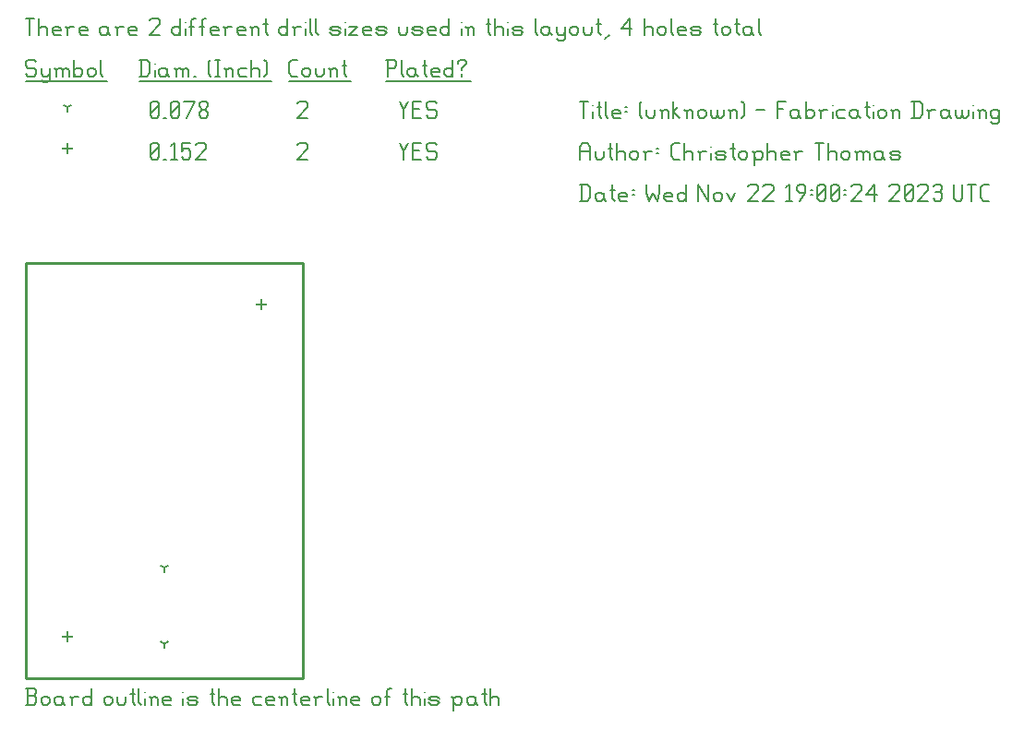
<source format=gbr>
G04 start of page 10 for group -3984 idx -3984 *
G04 Title: (unknown), fab *
G04 Creator: pcb 4.2.2 *
G04 CreationDate: Wed Nov 22 19:00:24 2023 UTC *
G04 For: thomasc *
G04 Format: Gerber/RS-274X *
G04 PCB-Dimensions (mil): 1000.00 1500.00 *
G04 PCB-Coordinate-Origin: lower left *
%MOIN*%
%FSLAX25Y25*%
%LNFAB*%
%ADD28C,0.0100*%
%ADD27C,0.0075*%
%ADD26C,0.0060*%
%ADD25R,0.0080X0.0080*%
G54D25*X15000Y16600D02*Y13400D01*
X13400Y15000D02*X16600D01*
X85000Y136600D02*Y133400D01*
X83400Y135000D02*X86600D01*
X15000Y192850D02*Y189650D01*
X13400Y191250D02*X16600D01*
G54D26*X135000Y193500D02*X136500Y190500D01*
X138000Y193500D01*
X136500Y190500D02*Y187500D01*
X139800Y190800D02*X142050D01*
X139800Y187500D02*X142800D01*
X139800Y193500D02*Y187500D01*
Y193500D02*X142800D01*
X147600D02*X148350Y192750D01*
X145350Y193500D02*X147600D01*
X144600Y192750D02*X145350Y193500D01*
X144600Y192750D02*Y191250D01*
X145350Y190500D01*
X147600D01*
X148350Y189750D01*
Y188250D01*
X147600Y187500D02*X148350Y188250D01*
X145350Y187500D02*X147600D01*
X144600Y188250D02*X145350Y187500D01*
X98000Y192750D02*X98750Y193500D01*
X101000D01*
X101750Y192750D01*
Y191250D01*
X98000Y187500D02*X101750Y191250D01*
X98000Y187500D02*X101750D01*
X45000Y188250D02*X45750Y187500D01*
X45000Y192750D02*Y188250D01*
Y192750D02*X45750Y193500D01*
X47250D01*
X48000Y192750D01*
Y188250D01*
X47250Y187500D02*X48000Y188250D01*
X45750Y187500D02*X47250D01*
X45000Y189000D02*X48000Y192000D01*
X49800Y187500D02*X50550D01*
X52350Y192300D02*X53550Y193500D01*
Y187500D01*
X52350D02*X54600D01*
X56400Y193500D02*X59400D01*
X56400D02*Y190500D01*
X57150Y191250D01*
X58650D01*
X59400Y190500D01*
Y188250D01*
X58650Y187500D02*X59400Y188250D01*
X57150Y187500D02*X58650D01*
X56400Y188250D02*X57150Y187500D01*
X61200Y192750D02*X61950Y193500D01*
X64200D01*
X64950Y192750D01*
Y191250D01*
X61200Y187500D02*X64950Y191250D01*
X61200Y187500D02*X64950D01*
X50000Y12500D02*Y10900D01*
Y12500D02*X51387Y13300D01*
X50000Y12500D02*X48613Y13300D01*
X50000Y40000D02*Y38400D01*
Y40000D02*X51387Y40800D01*
X50000Y40000D02*X48613Y40800D01*
X15000Y206250D02*Y204650D01*
Y206250D02*X16387Y207050D01*
X15000Y206250D02*X13613Y207050D01*
X135000Y208500D02*X136500Y205500D01*
X138000Y208500D01*
X136500Y205500D02*Y202500D01*
X139800Y205800D02*X142050D01*
X139800Y202500D02*X142800D01*
X139800Y208500D02*Y202500D01*
Y208500D02*X142800D01*
X147600D02*X148350Y207750D01*
X145350Y208500D02*X147600D01*
X144600Y207750D02*X145350Y208500D01*
X144600Y207750D02*Y206250D01*
X145350Y205500D01*
X147600D01*
X148350Y204750D01*
Y203250D01*
X147600Y202500D02*X148350Y203250D01*
X145350Y202500D02*X147600D01*
X144600Y203250D02*X145350Y202500D01*
X98000Y207750D02*X98750Y208500D01*
X101000D01*
X101750Y207750D01*
Y206250D01*
X98000Y202500D02*X101750Y206250D01*
X98000Y202500D02*X101750D01*
X45000Y203250D02*X45750Y202500D01*
X45000Y207750D02*Y203250D01*
Y207750D02*X45750Y208500D01*
X47250D01*
X48000Y207750D01*
Y203250D01*
X47250Y202500D02*X48000Y203250D01*
X45750Y202500D02*X47250D01*
X45000Y204000D02*X48000Y207000D01*
X49800Y202500D02*X50550D01*
X52350Y203250D02*X53100Y202500D01*
X52350Y207750D02*Y203250D01*
Y207750D02*X53100Y208500D01*
X54600D01*
X55350Y207750D01*
Y203250D01*
X54600Y202500D02*X55350Y203250D01*
X53100Y202500D02*X54600D01*
X52350Y204000D02*X55350Y207000D01*
X57900Y202500D02*X60900Y208500D01*
X57150D02*X60900D01*
X62700Y203250D02*X63450Y202500D01*
X62700Y204450D02*Y203250D01*
Y204450D02*X63750Y205500D01*
X64650D01*
X65700Y204450D01*
Y203250D01*
X64950Y202500D02*X65700Y203250D01*
X63450Y202500D02*X64950D01*
X62700Y206550D02*X63750Y205500D01*
X62700Y207750D02*Y206550D01*
Y207750D02*X63450Y208500D01*
X64950D01*
X65700Y207750D01*
Y206550D01*
X64650Y205500D02*X65700Y206550D01*
X3000Y223500D02*X3750Y222750D01*
X750Y223500D02*X3000D01*
X0Y222750D02*X750Y223500D01*
X0Y222750D02*Y221250D01*
X750Y220500D01*
X3000D01*
X3750Y219750D01*
Y218250D01*
X3000Y217500D02*X3750Y218250D01*
X750Y217500D02*X3000D01*
X0Y218250D02*X750Y217500D01*
X5550Y220500D02*Y218250D01*
X6300Y217500D01*
X8550Y220500D02*Y216000D01*
X7800Y215250D02*X8550Y216000D01*
X6300Y215250D02*X7800D01*
X5550Y216000D02*X6300Y215250D01*
Y217500D02*X7800D01*
X8550Y218250D01*
X11100Y219750D02*Y217500D01*
Y219750D02*X11850Y220500D01*
X12600D01*
X13350Y219750D01*
Y217500D01*
Y219750D02*X14100Y220500D01*
X14850D01*
X15600Y219750D01*
Y217500D01*
X10350Y220500D02*X11100Y219750D01*
X17400Y223500D02*Y217500D01*
Y218250D02*X18150Y217500D01*
X19650D01*
X20400Y218250D01*
Y219750D02*Y218250D01*
X19650Y220500D02*X20400Y219750D01*
X18150Y220500D02*X19650D01*
X17400Y219750D02*X18150Y220500D01*
X22200Y219750D02*Y218250D01*
Y219750D02*X22950Y220500D01*
X24450D01*
X25200Y219750D01*
Y218250D01*
X24450Y217500D02*X25200Y218250D01*
X22950Y217500D02*X24450D01*
X22200Y218250D02*X22950Y217500D01*
X27000Y223500D02*Y218250D01*
X27750Y217500D01*
X0Y215750D02*X29250D01*
X41750Y223500D02*Y217500D01*
X43700Y223500D02*X44750Y222450D01*
Y218550D01*
X43700Y217500D02*X44750Y218550D01*
X41000Y217500D02*X43700D01*
X41000Y223500D02*X43700D01*
G54D27*X46550Y222000D02*Y221850D01*
G54D26*Y219750D02*Y217500D01*
X50300Y220500D02*X51050Y219750D01*
X48800Y220500D02*X50300D01*
X48050Y219750D02*X48800Y220500D01*
X48050Y219750D02*Y218250D01*
X48800Y217500D01*
X51050Y220500D02*Y218250D01*
X51800Y217500D01*
X48800D02*X50300D01*
X51050Y218250D01*
X54350Y219750D02*Y217500D01*
Y219750D02*X55100Y220500D01*
X55850D01*
X56600Y219750D01*
Y217500D01*
Y219750D02*X57350Y220500D01*
X58100D01*
X58850Y219750D01*
Y217500D01*
X53600Y220500D02*X54350Y219750D01*
X60650Y217500D02*X61400D01*
X65900Y218250D02*X66650Y217500D01*
X65900Y222750D02*X66650Y223500D01*
X65900Y222750D02*Y218250D01*
X68450Y223500D02*X69950D01*
X69200D02*Y217500D01*
X68450D02*X69950D01*
X72500Y219750D02*Y217500D01*
Y219750D02*X73250Y220500D01*
X74000D01*
X74750Y219750D01*
Y217500D01*
X71750Y220500D02*X72500Y219750D01*
X77300Y220500D02*X79550D01*
X76550Y219750D02*X77300Y220500D01*
X76550Y219750D02*Y218250D01*
X77300Y217500D01*
X79550D01*
X81350Y223500D02*Y217500D01*
Y219750D02*X82100Y220500D01*
X83600D01*
X84350Y219750D01*
Y217500D01*
X86150Y223500D02*X86900Y222750D01*
Y218250D01*
X86150Y217500D02*X86900Y218250D01*
X41000Y215750D02*X88700D01*
X96050Y217500D02*X98000D01*
X95000Y218550D02*X96050Y217500D01*
X95000Y222450D02*Y218550D01*
Y222450D02*X96050Y223500D01*
X98000D01*
X99800Y219750D02*Y218250D01*
Y219750D02*X100550Y220500D01*
X102050D01*
X102800Y219750D01*
Y218250D01*
X102050Y217500D02*X102800Y218250D01*
X100550Y217500D02*X102050D01*
X99800Y218250D02*X100550Y217500D01*
X104600Y220500D02*Y218250D01*
X105350Y217500D01*
X106850D01*
X107600Y218250D01*
Y220500D02*Y218250D01*
X110150Y219750D02*Y217500D01*
Y219750D02*X110900Y220500D01*
X111650D01*
X112400Y219750D01*
Y217500D01*
X109400Y220500D02*X110150Y219750D01*
X114950Y223500D02*Y218250D01*
X115700Y217500D01*
X114200Y221250D02*X115700D01*
X95000Y215750D02*X117200D01*
X130750Y223500D02*Y217500D01*
X130000Y223500D02*X133000D01*
X133750Y222750D01*
Y221250D01*
X133000Y220500D02*X133750Y221250D01*
X130750Y220500D02*X133000D01*
X135550Y223500D02*Y218250D01*
X136300Y217500D01*
X140050Y220500D02*X140800Y219750D01*
X138550Y220500D02*X140050D01*
X137800Y219750D02*X138550Y220500D01*
X137800Y219750D02*Y218250D01*
X138550Y217500D01*
X140800Y220500D02*Y218250D01*
X141550Y217500D01*
X138550D02*X140050D01*
X140800Y218250D01*
X144100Y223500D02*Y218250D01*
X144850Y217500D01*
X143350Y221250D02*X144850D01*
X147100Y217500D02*X149350D01*
X146350Y218250D02*X147100Y217500D01*
X146350Y219750D02*Y218250D01*
Y219750D02*X147100Y220500D01*
X148600D01*
X149350Y219750D01*
X146350Y219000D02*X149350D01*
Y219750D02*Y219000D01*
X154150Y223500D02*Y217500D01*
X153400D02*X154150Y218250D01*
X151900Y217500D02*X153400D01*
X151150Y218250D02*X151900Y217500D01*
X151150Y219750D02*Y218250D01*
Y219750D02*X151900Y220500D01*
X153400D01*
X154150Y219750D01*
X157450Y220500D02*Y219750D01*
Y218250D02*Y217500D01*
X155950Y222750D02*Y222000D01*
Y222750D02*X156700Y223500D01*
X158200D01*
X158950Y222750D01*
Y222000D01*
X157450Y220500D02*X158950Y222000D01*
X130000Y215750D02*X160750D01*
X0Y238500D02*X3000D01*
X1500D02*Y232500D01*
X4800Y238500D02*Y232500D01*
Y234750D02*X5550Y235500D01*
X7050D01*
X7800Y234750D01*
Y232500D01*
X10350D02*X12600D01*
X9600Y233250D02*X10350Y232500D01*
X9600Y234750D02*Y233250D01*
Y234750D02*X10350Y235500D01*
X11850D01*
X12600Y234750D01*
X9600Y234000D02*X12600D01*
Y234750D02*Y234000D01*
X15150Y234750D02*Y232500D01*
Y234750D02*X15900Y235500D01*
X17400D01*
X14400D02*X15150Y234750D01*
X19950Y232500D02*X22200D01*
X19200Y233250D02*X19950Y232500D01*
X19200Y234750D02*Y233250D01*
Y234750D02*X19950Y235500D01*
X21450D01*
X22200Y234750D01*
X19200Y234000D02*X22200D01*
Y234750D02*Y234000D01*
X28950Y235500D02*X29700Y234750D01*
X27450Y235500D02*X28950D01*
X26700Y234750D02*X27450Y235500D01*
X26700Y234750D02*Y233250D01*
X27450Y232500D01*
X29700Y235500D02*Y233250D01*
X30450Y232500D01*
X27450D02*X28950D01*
X29700Y233250D01*
X33000Y234750D02*Y232500D01*
Y234750D02*X33750Y235500D01*
X35250D01*
X32250D02*X33000Y234750D01*
X37800Y232500D02*X40050D01*
X37050Y233250D02*X37800Y232500D01*
X37050Y234750D02*Y233250D01*
Y234750D02*X37800Y235500D01*
X39300D01*
X40050Y234750D01*
X37050Y234000D02*X40050D01*
Y234750D02*Y234000D01*
X44550Y237750D02*X45300Y238500D01*
X47550D01*
X48300Y237750D01*
Y236250D01*
X44550Y232500D02*X48300Y236250D01*
X44550Y232500D02*X48300D01*
X55800Y238500D02*Y232500D01*
X55050D02*X55800Y233250D01*
X53550Y232500D02*X55050D01*
X52800Y233250D02*X53550Y232500D01*
X52800Y234750D02*Y233250D01*
Y234750D02*X53550Y235500D01*
X55050D01*
X55800Y234750D01*
G54D27*X57600Y237000D02*Y236850D01*
G54D26*Y234750D02*Y232500D01*
X59850Y237750D02*Y232500D01*
Y237750D02*X60600Y238500D01*
X61350D01*
X59100Y235500D02*X60600D01*
X63600Y237750D02*Y232500D01*
Y237750D02*X64350Y238500D01*
X65100D01*
X62850Y235500D02*X64350D01*
X67350Y232500D02*X69600D01*
X66600Y233250D02*X67350Y232500D01*
X66600Y234750D02*Y233250D01*
Y234750D02*X67350Y235500D01*
X68850D01*
X69600Y234750D01*
X66600Y234000D02*X69600D01*
Y234750D02*Y234000D01*
X72150Y234750D02*Y232500D01*
Y234750D02*X72900Y235500D01*
X74400D01*
X71400D02*X72150Y234750D01*
X76950Y232500D02*X79200D01*
X76200Y233250D02*X76950Y232500D01*
X76200Y234750D02*Y233250D01*
Y234750D02*X76950Y235500D01*
X78450D01*
X79200Y234750D01*
X76200Y234000D02*X79200D01*
Y234750D02*Y234000D01*
X81750Y234750D02*Y232500D01*
Y234750D02*X82500Y235500D01*
X83250D01*
X84000Y234750D01*
Y232500D01*
X81000Y235500D02*X81750Y234750D01*
X86550Y238500D02*Y233250D01*
X87300Y232500D01*
X85800Y236250D02*X87300D01*
X94500Y238500D02*Y232500D01*
X93750D02*X94500Y233250D01*
X92250Y232500D02*X93750D01*
X91500Y233250D02*X92250Y232500D01*
X91500Y234750D02*Y233250D01*
Y234750D02*X92250Y235500D01*
X93750D01*
X94500Y234750D01*
X97050D02*Y232500D01*
Y234750D02*X97800Y235500D01*
X99300D01*
X96300D02*X97050Y234750D01*
G54D27*X101100Y237000D02*Y236850D01*
G54D26*Y234750D02*Y232500D01*
X102600Y238500D02*Y233250D01*
X103350Y232500D01*
X104850Y238500D02*Y233250D01*
X105600Y232500D01*
X110550D02*X112800D01*
X113550Y233250D01*
X112800Y234000D02*X113550Y233250D01*
X110550Y234000D02*X112800D01*
X109800Y234750D02*X110550Y234000D01*
X109800Y234750D02*X110550Y235500D01*
X112800D01*
X113550Y234750D01*
X109800Y233250D02*X110550Y232500D01*
G54D27*X115350Y237000D02*Y236850D01*
G54D26*Y234750D02*Y232500D01*
X116850Y235500D02*X119850D01*
X116850Y232500D02*X119850Y235500D01*
X116850Y232500D02*X119850D01*
X122400D02*X124650D01*
X121650Y233250D02*X122400Y232500D01*
X121650Y234750D02*Y233250D01*
Y234750D02*X122400Y235500D01*
X123900D01*
X124650Y234750D01*
X121650Y234000D02*X124650D01*
Y234750D02*Y234000D01*
X127200Y232500D02*X129450D01*
X130200Y233250D01*
X129450Y234000D02*X130200Y233250D01*
X127200Y234000D02*X129450D01*
X126450Y234750D02*X127200Y234000D01*
X126450Y234750D02*X127200Y235500D01*
X129450D01*
X130200Y234750D01*
X126450Y233250D02*X127200Y232500D01*
X134700Y235500D02*Y233250D01*
X135450Y232500D01*
X136950D01*
X137700Y233250D01*
Y235500D02*Y233250D01*
X140250Y232500D02*X142500D01*
X143250Y233250D01*
X142500Y234000D02*X143250Y233250D01*
X140250Y234000D02*X142500D01*
X139500Y234750D02*X140250Y234000D01*
X139500Y234750D02*X140250Y235500D01*
X142500D01*
X143250Y234750D01*
X139500Y233250D02*X140250Y232500D01*
X145800D02*X148050D01*
X145050Y233250D02*X145800Y232500D01*
X145050Y234750D02*Y233250D01*
Y234750D02*X145800Y235500D01*
X147300D01*
X148050Y234750D01*
X145050Y234000D02*X148050D01*
Y234750D02*Y234000D01*
X152850Y238500D02*Y232500D01*
X152100D02*X152850Y233250D01*
X150600Y232500D02*X152100D01*
X149850Y233250D02*X150600Y232500D01*
X149850Y234750D02*Y233250D01*
Y234750D02*X150600Y235500D01*
X152100D01*
X152850Y234750D01*
G54D27*X157350Y237000D02*Y236850D01*
G54D26*Y234750D02*Y232500D01*
X159600Y234750D02*Y232500D01*
Y234750D02*X160350Y235500D01*
X161100D01*
X161850Y234750D01*
Y232500D01*
X158850Y235500D02*X159600Y234750D01*
X167100Y238500D02*Y233250D01*
X167850Y232500D01*
X166350Y236250D02*X167850D01*
X169350Y238500D02*Y232500D01*
Y234750D02*X170100Y235500D01*
X171600D01*
X172350Y234750D01*
Y232500D01*
G54D27*X174150Y237000D02*Y236850D01*
G54D26*Y234750D02*Y232500D01*
X176400D02*X178650D01*
X179400Y233250D01*
X178650Y234000D02*X179400Y233250D01*
X176400Y234000D02*X178650D01*
X175650Y234750D02*X176400Y234000D01*
X175650Y234750D02*X176400Y235500D01*
X178650D01*
X179400Y234750D01*
X175650Y233250D02*X176400Y232500D01*
X183900Y238500D02*Y233250D01*
X184650Y232500D01*
X188400Y235500D02*X189150Y234750D01*
X186900Y235500D02*X188400D01*
X186150Y234750D02*X186900Y235500D01*
X186150Y234750D02*Y233250D01*
X186900Y232500D01*
X189150Y235500D02*Y233250D01*
X189900Y232500D01*
X186900D02*X188400D01*
X189150Y233250D01*
X191700Y235500D02*Y233250D01*
X192450Y232500D01*
X194700Y235500D02*Y231000D01*
X193950Y230250D02*X194700Y231000D01*
X192450Y230250D02*X193950D01*
X191700Y231000D02*X192450Y230250D01*
Y232500D02*X193950D01*
X194700Y233250D01*
X196500Y234750D02*Y233250D01*
Y234750D02*X197250Y235500D01*
X198750D01*
X199500Y234750D01*
Y233250D01*
X198750Y232500D02*X199500Y233250D01*
X197250Y232500D02*X198750D01*
X196500Y233250D02*X197250Y232500D01*
X201300Y235500D02*Y233250D01*
X202050Y232500D01*
X203550D01*
X204300Y233250D01*
Y235500D02*Y233250D01*
X206850Y238500D02*Y233250D01*
X207600Y232500D01*
X206100Y236250D02*X207600D01*
X209100Y231000D02*X210600Y232500D01*
X215100Y234750D02*X218100Y238500D01*
X215100Y234750D02*X218850D01*
X218100Y238500D02*Y232500D01*
X223350Y238500D02*Y232500D01*
Y234750D02*X224100Y235500D01*
X225600D01*
X226350Y234750D01*
Y232500D01*
X228150Y234750D02*Y233250D01*
Y234750D02*X228900Y235500D01*
X230400D01*
X231150Y234750D01*
Y233250D01*
X230400Y232500D02*X231150Y233250D01*
X228900Y232500D02*X230400D01*
X228150Y233250D02*X228900Y232500D01*
X232950Y238500D02*Y233250D01*
X233700Y232500D01*
X235950D02*X238200D01*
X235200Y233250D02*X235950Y232500D01*
X235200Y234750D02*Y233250D01*
Y234750D02*X235950Y235500D01*
X237450D01*
X238200Y234750D01*
X235200Y234000D02*X238200D01*
Y234750D02*Y234000D01*
X240750Y232500D02*X243000D01*
X243750Y233250D01*
X243000Y234000D02*X243750Y233250D01*
X240750Y234000D02*X243000D01*
X240000Y234750D02*X240750Y234000D01*
X240000Y234750D02*X240750Y235500D01*
X243000D01*
X243750Y234750D01*
X240000Y233250D02*X240750Y232500D01*
X249000Y238500D02*Y233250D01*
X249750Y232500D01*
X248250Y236250D02*X249750D01*
X251250Y234750D02*Y233250D01*
Y234750D02*X252000Y235500D01*
X253500D01*
X254250Y234750D01*
Y233250D01*
X253500Y232500D02*X254250Y233250D01*
X252000Y232500D02*X253500D01*
X251250Y233250D02*X252000Y232500D01*
X256800Y238500D02*Y233250D01*
X257550Y232500D01*
X256050Y236250D02*X257550D01*
X261300Y235500D02*X262050Y234750D01*
X259800Y235500D02*X261300D01*
X259050Y234750D02*X259800Y235500D01*
X259050Y234750D02*Y233250D01*
X259800Y232500D01*
X262050Y235500D02*Y233250D01*
X262800Y232500D01*
X259800D02*X261300D01*
X262050Y233250D01*
X264600Y238500D02*Y233250D01*
X265350Y232500D01*
G54D28*X0Y150000D02*Y0D01*
X100000D01*
Y150000D01*
X0D01*
G54D26*Y-9500D02*X3000D01*
X3750Y-8750D01*
Y-6950D02*Y-8750D01*
X3000Y-6200D02*X3750Y-6950D01*
X750Y-6200D02*X3000D01*
X750Y-3500D02*Y-9500D01*
X0Y-3500D02*X3000D01*
X3750Y-4250D01*
Y-5450D01*
X3000Y-6200D02*X3750Y-5450D01*
X5550Y-7250D02*Y-8750D01*
Y-7250D02*X6300Y-6500D01*
X7800D01*
X8550Y-7250D01*
Y-8750D01*
X7800Y-9500D02*X8550Y-8750D01*
X6300Y-9500D02*X7800D01*
X5550Y-8750D02*X6300Y-9500D01*
X12600Y-6500D02*X13350Y-7250D01*
X11100Y-6500D02*X12600D01*
X10350Y-7250D02*X11100Y-6500D01*
X10350Y-7250D02*Y-8750D01*
X11100Y-9500D01*
X13350Y-6500D02*Y-8750D01*
X14100Y-9500D01*
X11100D02*X12600D01*
X13350Y-8750D01*
X16650Y-7250D02*Y-9500D01*
Y-7250D02*X17400Y-6500D01*
X18900D01*
X15900D02*X16650Y-7250D01*
X23700Y-3500D02*Y-9500D01*
X22950D02*X23700Y-8750D01*
X21450Y-9500D02*X22950D01*
X20700Y-8750D02*X21450Y-9500D01*
X20700Y-7250D02*Y-8750D01*
Y-7250D02*X21450Y-6500D01*
X22950D01*
X23700Y-7250D01*
X28200D02*Y-8750D01*
Y-7250D02*X28950Y-6500D01*
X30450D01*
X31200Y-7250D01*
Y-8750D01*
X30450Y-9500D02*X31200Y-8750D01*
X28950Y-9500D02*X30450D01*
X28200Y-8750D02*X28950Y-9500D01*
X33000Y-6500D02*Y-8750D01*
X33750Y-9500D01*
X35250D01*
X36000Y-8750D01*
Y-6500D02*Y-8750D01*
X38550Y-3500D02*Y-8750D01*
X39300Y-9500D01*
X37800Y-5750D02*X39300D01*
X40800Y-3500D02*Y-8750D01*
X41550Y-9500D01*
G54D27*X43050Y-5000D02*Y-5150D01*
G54D26*Y-7250D02*Y-9500D01*
X45300Y-7250D02*Y-9500D01*
Y-7250D02*X46050Y-6500D01*
X46800D01*
X47550Y-7250D01*
Y-9500D01*
X44550Y-6500D02*X45300Y-7250D01*
X50100Y-9500D02*X52350D01*
X49350Y-8750D02*X50100Y-9500D01*
X49350Y-7250D02*Y-8750D01*
Y-7250D02*X50100Y-6500D01*
X51600D01*
X52350Y-7250D01*
X49350Y-8000D02*X52350D01*
Y-7250D02*Y-8000D01*
G54D27*X56850Y-5000D02*Y-5150D01*
G54D26*Y-7250D02*Y-9500D01*
X59100D02*X61350D01*
X62100Y-8750D01*
X61350Y-8000D02*X62100Y-8750D01*
X59100Y-8000D02*X61350D01*
X58350Y-7250D02*X59100Y-8000D01*
X58350Y-7250D02*X59100Y-6500D01*
X61350D01*
X62100Y-7250D01*
X58350Y-8750D02*X59100Y-9500D01*
X67350Y-3500D02*Y-8750D01*
X68100Y-9500D01*
X66600Y-5750D02*X68100D01*
X69600Y-3500D02*Y-9500D01*
Y-7250D02*X70350Y-6500D01*
X71850D01*
X72600Y-7250D01*
Y-9500D01*
X75150D02*X77400D01*
X74400Y-8750D02*X75150Y-9500D01*
X74400Y-7250D02*Y-8750D01*
Y-7250D02*X75150Y-6500D01*
X76650D01*
X77400Y-7250D01*
X74400Y-8000D02*X77400D01*
Y-7250D02*Y-8000D01*
X82650Y-6500D02*X84900D01*
X81900Y-7250D02*X82650Y-6500D01*
X81900Y-7250D02*Y-8750D01*
X82650Y-9500D01*
X84900D01*
X87450D02*X89700D01*
X86700Y-8750D02*X87450Y-9500D01*
X86700Y-7250D02*Y-8750D01*
Y-7250D02*X87450Y-6500D01*
X88950D01*
X89700Y-7250D01*
X86700Y-8000D02*X89700D01*
Y-7250D02*Y-8000D01*
X92250Y-7250D02*Y-9500D01*
Y-7250D02*X93000Y-6500D01*
X93750D01*
X94500Y-7250D01*
Y-9500D01*
X91500Y-6500D02*X92250Y-7250D01*
X97050Y-3500D02*Y-8750D01*
X97800Y-9500D01*
X96300Y-5750D02*X97800D01*
X100050Y-9500D02*X102300D01*
X99300Y-8750D02*X100050Y-9500D01*
X99300Y-7250D02*Y-8750D01*
Y-7250D02*X100050Y-6500D01*
X101550D01*
X102300Y-7250D01*
X99300Y-8000D02*X102300D01*
Y-7250D02*Y-8000D01*
X104850Y-7250D02*Y-9500D01*
Y-7250D02*X105600Y-6500D01*
X107100D01*
X104100D02*X104850Y-7250D01*
X108900Y-3500D02*Y-8750D01*
X109650Y-9500D01*
G54D27*X111150Y-5000D02*Y-5150D01*
G54D26*Y-7250D02*Y-9500D01*
X113400Y-7250D02*Y-9500D01*
Y-7250D02*X114150Y-6500D01*
X114900D01*
X115650Y-7250D01*
Y-9500D01*
X112650Y-6500D02*X113400Y-7250D01*
X118200Y-9500D02*X120450D01*
X117450Y-8750D02*X118200Y-9500D01*
X117450Y-7250D02*Y-8750D01*
Y-7250D02*X118200Y-6500D01*
X119700D01*
X120450Y-7250D01*
X117450Y-8000D02*X120450D01*
Y-7250D02*Y-8000D01*
X124950Y-7250D02*Y-8750D01*
Y-7250D02*X125700Y-6500D01*
X127200D01*
X127950Y-7250D01*
Y-8750D01*
X127200Y-9500D02*X127950Y-8750D01*
X125700Y-9500D02*X127200D01*
X124950Y-8750D02*X125700Y-9500D01*
X130500Y-4250D02*Y-9500D01*
Y-4250D02*X131250Y-3500D01*
X132000D01*
X129750Y-6500D02*X131250D01*
X136950Y-3500D02*Y-8750D01*
X137700Y-9500D01*
X136200Y-5750D02*X137700D01*
X139200Y-3500D02*Y-9500D01*
Y-7250D02*X139950Y-6500D01*
X141450D01*
X142200Y-7250D01*
Y-9500D01*
G54D27*X144000Y-5000D02*Y-5150D01*
G54D26*Y-7250D02*Y-9500D01*
X146250D02*X148500D01*
X149250Y-8750D01*
X148500Y-8000D02*X149250Y-8750D01*
X146250Y-8000D02*X148500D01*
X145500Y-7250D02*X146250Y-8000D01*
X145500Y-7250D02*X146250Y-6500D01*
X148500D01*
X149250Y-7250D01*
X145500Y-8750D02*X146250Y-9500D01*
X154500Y-7250D02*Y-11750D01*
X153750Y-6500D02*X154500Y-7250D01*
X155250Y-6500D01*
X156750D01*
X157500Y-7250D01*
Y-8750D01*
X156750Y-9500D02*X157500Y-8750D01*
X155250Y-9500D02*X156750D01*
X154500Y-8750D02*X155250Y-9500D01*
X161550Y-6500D02*X162300Y-7250D01*
X160050Y-6500D02*X161550D01*
X159300Y-7250D02*X160050Y-6500D01*
X159300Y-7250D02*Y-8750D01*
X160050Y-9500D01*
X162300Y-6500D02*Y-8750D01*
X163050Y-9500D01*
X160050D02*X161550D01*
X162300Y-8750D01*
X165600Y-3500D02*Y-8750D01*
X166350Y-9500D01*
X164850Y-5750D02*X166350D01*
X167850Y-3500D02*Y-9500D01*
Y-7250D02*X168600Y-6500D01*
X170100D01*
X170850Y-7250D01*
Y-9500D01*
X200750Y178500D02*Y172500D01*
X202700Y178500D02*X203750Y177450D01*
Y173550D01*
X202700Y172500D02*X203750Y173550D01*
X200000Y172500D02*X202700D01*
X200000Y178500D02*X202700D01*
X207800Y175500D02*X208550Y174750D01*
X206300Y175500D02*X207800D01*
X205550Y174750D02*X206300Y175500D01*
X205550Y174750D02*Y173250D01*
X206300Y172500D01*
X208550Y175500D02*Y173250D01*
X209300Y172500D01*
X206300D02*X207800D01*
X208550Y173250D01*
X211850Y178500D02*Y173250D01*
X212600Y172500D01*
X211100Y176250D02*X212600D01*
X214850Y172500D02*X217100D01*
X214100Y173250D02*X214850Y172500D01*
X214100Y174750D02*Y173250D01*
Y174750D02*X214850Y175500D01*
X216350D01*
X217100Y174750D01*
X214100Y174000D02*X217100D01*
Y174750D02*Y174000D01*
X218900Y176250D02*X219650D01*
X218900Y174750D02*X219650D01*
X224150Y178500D02*Y175500D01*
X224900Y172500D01*
X226400Y175500D01*
X227900Y172500D01*
X228650Y175500D01*
Y178500D02*Y175500D01*
X231200Y172500D02*X233450D01*
X230450Y173250D02*X231200Y172500D01*
X230450Y174750D02*Y173250D01*
Y174750D02*X231200Y175500D01*
X232700D01*
X233450Y174750D01*
X230450Y174000D02*X233450D01*
Y174750D02*Y174000D01*
X238250Y178500D02*Y172500D01*
X237500D02*X238250Y173250D01*
X236000Y172500D02*X237500D01*
X235250Y173250D02*X236000Y172500D01*
X235250Y174750D02*Y173250D01*
Y174750D02*X236000Y175500D01*
X237500D01*
X238250Y174750D01*
X242750Y178500D02*Y172500D01*
Y178500D02*X246500Y172500D01*
Y178500D02*Y172500D01*
X248300Y174750D02*Y173250D01*
Y174750D02*X249050Y175500D01*
X250550D01*
X251300Y174750D01*
Y173250D01*
X250550Y172500D02*X251300Y173250D01*
X249050Y172500D02*X250550D01*
X248300Y173250D02*X249050Y172500D01*
X253100Y175500D02*X254600Y172500D01*
X256100Y175500D02*X254600Y172500D01*
X260600Y177750D02*X261350Y178500D01*
X263600D01*
X264350Y177750D01*
Y176250D01*
X260600Y172500D02*X264350Y176250D01*
X260600Y172500D02*X264350D01*
X266150Y177750D02*X266900Y178500D01*
X269150D01*
X269900Y177750D01*
Y176250D01*
X266150Y172500D02*X269900Y176250D01*
X266150Y172500D02*X269900D01*
X274400Y177300D02*X275600Y178500D01*
Y172500D01*
X274400D02*X276650D01*
X279200D02*X281450Y175500D01*
Y177750D02*Y175500D01*
X280700Y178500D02*X281450Y177750D01*
X279200Y178500D02*X280700D01*
X278450Y177750D02*X279200Y178500D01*
X278450Y177750D02*Y176250D01*
X279200Y175500D01*
X281450D01*
X283250Y176250D02*X284000D01*
X283250Y174750D02*X284000D01*
X285800Y173250D02*X286550Y172500D01*
X285800Y177750D02*Y173250D01*
Y177750D02*X286550Y178500D01*
X288050D01*
X288800Y177750D01*
Y173250D01*
X288050Y172500D02*X288800Y173250D01*
X286550Y172500D02*X288050D01*
X285800Y174000D02*X288800Y177000D01*
X290600Y173250D02*X291350Y172500D01*
X290600Y177750D02*Y173250D01*
Y177750D02*X291350Y178500D01*
X292850D01*
X293600Y177750D01*
Y173250D01*
X292850Y172500D02*X293600Y173250D01*
X291350Y172500D02*X292850D01*
X290600Y174000D02*X293600Y177000D01*
X295400Y176250D02*X296150D01*
X295400Y174750D02*X296150D01*
X297950Y177750D02*X298700Y178500D01*
X300950D01*
X301700Y177750D01*
Y176250D01*
X297950Y172500D02*X301700Y176250D01*
X297950Y172500D02*X301700D01*
X303500Y174750D02*X306500Y178500D01*
X303500Y174750D02*X307250D01*
X306500Y178500D02*Y172500D01*
X311750Y177750D02*X312500Y178500D01*
X314750D01*
X315500Y177750D01*
Y176250D01*
X311750Y172500D02*X315500Y176250D01*
X311750Y172500D02*X315500D01*
X317300Y173250D02*X318050Y172500D01*
X317300Y177750D02*Y173250D01*
Y177750D02*X318050Y178500D01*
X319550D01*
X320300Y177750D01*
Y173250D01*
X319550Y172500D02*X320300Y173250D01*
X318050Y172500D02*X319550D01*
X317300Y174000D02*X320300Y177000D01*
X322100Y177750D02*X322850Y178500D01*
X325100D01*
X325850Y177750D01*
Y176250D01*
X322100Y172500D02*X325850Y176250D01*
X322100Y172500D02*X325850D01*
X327650Y177750D02*X328400Y178500D01*
X329900D01*
X330650Y177750D01*
X329900Y172500D02*X330650Y173250D01*
X328400Y172500D02*X329900D01*
X327650Y173250D02*X328400Y172500D01*
Y175800D02*X329900D01*
X330650Y177750D02*Y176550D01*
Y175050D02*Y173250D01*
Y175050D02*X329900Y175800D01*
X330650Y176550D02*X329900Y175800D01*
X335150Y178500D02*Y173250D01*
X335900Y172500D01*
X337400D01*
X338150Y173250D01*
Y178500D02*Y173250D01*
X339950Y178500D02*X342950D01*
X341450D02*Y172500D01*
X345800D02*X347750D01*
X344750Y173550D02*X345800Y172500D01*
X344750Y177450D02*Y173550D01*
Y177450D02*X345800Y178500D01*
X347750D01*
X200000Y192000D02*Y187500D01*
Y192000D02*X201050Y193500D01*
X202700D01*
X203750Y192000D01*
Y187500D01*
X200000Y190500D02*X203750D01*
X205550D02*Y188250D01*
X206300Y187500D01*
X207800D01*
X208550Y188250D01*
Y190500D02*Y188250D01*
X211100Y193500D02*Y188250D01*
X211850Y187500D01*
X210350Y191250D02*X211850D01*
X213350Y193500D02*Y187500D01*
Y189750D02*X214100Y190500D01*
X215600D01*
X216350Y189750D01*
Y187500D01*
X218150Y189750D02*Y188250D01*
Y189750D02*X218900Y190500D01*
X220400D01*
X221150Y189750D01*
Y188250D01*
X220400Y187500D02*X221150Y188250D01*
X218900Y187500D02*X220400D01*
X218150Y188250D02*X218900Y187500D01*
X223700Y189750D02*Y187500D01*
Y189750D02*X224450Y190500D01*
X225950D01*
X222950D02*X223700Y189750D01*
X227750Y191250D02*X228500D01*
X227750Y189750D02*X228500D01*
X234050Y187500D02*X236000D01*
X233000Y188550D02*X234050Y187500D01*
X233000Y192450D02*Y188550D01*
Y192450D02*X234050Y193500D01*
X236000D01*
X237800D02*Y187500D01*
Y189750D02*X238550Y190500D01*
X240050D01*
X240800Y189750D01*
Y187500D01*
X243350Y189750D02*Y187500D01*
Y189750D02*X244100Y190500D01*
X245600D01*
X242600D02*X243350Y189750D01*
G54D27*X247400Y192000D02*Y191850D01*
G54D26*Y189750D02*Y187500D01*
X249650D02*X251900D01*
X252650Y188250D01*
X251900Y189000D02*X252650Y188250D01*
X249650Y189000D02*X251900D01*
X248900Y189750D02*X249650Y189000D01*
X248900Y189750D02*X249650Y190500D01*
X251900D01*
X252650Y189750D01*
X248900Y188250D02*X249650Y187500D01*
X255200Y193500D02*Y188250D01*
X255950Y187500D01*
X254450Y191250D02*X255950D01*
X257450Y189750D02*Y188250D01*
Y189750D02*X258200Y190500D01*
X259700D01*
X260450Y189750D01*
Y188250D01*
X259700Y187500D02*X260450Y188250D01*
X258200Y187500D02*X259700D01*
X257450Y188250D02*X258200Y187500D01*
X263000Y189750D02*Y185250D01*
X262250Y190500D02*X263000Y189750D01*
X263750Y190500D01*
X265250D01*
X266000Y189750D01*
Y188250D01*
X265250Y187500D02*X266000Y188250D01*
X263750Y187500D02*X265250D01*
X263000Y188250D02*X263750Y187500D01*
X267800Y193500D02*Y187500D01*
Y189750D02*X268550Y190500D01*
X270050D01*
X270800Y189750D01*
Y187500D01*
X273350D02*X275600D01*
X272600Y188250D02*X273350Y187500D01*
X272600Y189750D02*Y188250D01*
Y189750D02*X273350Y190500D01*
X274850D01*
X275600Y189750D01*
X272600Y189000D02*X275600D01*
Y189750D02*Y189000D01*
X278150Y189750D02*Y187500D01*
Y189750D02*X278900Y190500D01*
X280400D01*
X277400D02*X278150Y189750D01*
X284900Y193500D02*X287900D01*
X286400D02*Y187500D01*
X289700Y193500D02*Y187500D01*
Y189750D02*X290450Y190500D01*
X291950D01*
X292700Y189750D01*
Y187500D01*
X294500Y189750D02*Y188250D01*
Y189750D02*X295250Y190500D01*
X296750D01*
X297500Y189750D01*
Y188250D01*
X296750Y187500D02*X297500Y188250D01*
X295250Y187500D02*X296750D01*
X294500Y188250D02*X295250Y187500D01*
X300050Y189750D02*Y187500D01*
Y189750D02*X300800Y190500D01*
X301550D01*
X302300Y189750D01*
Y187500D01*
Y189750D02*X303050Y190500D01*
X303800D01*
X304550Y189750D01*
Y187500D01*
X299300Y190500D02*X300050Y189750D01*
X308600Y190500D02*X309350Y189750D01*
X307100Y190500D02*X308600D01*
X306350Y189750D02*X307100Y190500D01*
X306350Y189750D02*Y188250D01*
X307100Y187500D01*
X309350Y190500D02*Y188250D01*
X310100Y187500D01*
X307100D02*X308600D01*
X309350Y188250D01*
X312650Y187500D02*X314900D01*
X315650Y188250D01*
X314900Y189000D02*X315650Y188250D01*
X312650Y189000D02*X314900D01*
X311900Y189750D02*X312650Y189000D01*
X311900Y189750D02*X312650Y190500D01*
X314900D01*
X315650Y189750D01*
X311900Y188250D02*X312650Y187500D01*
X200000Y208500D02*X203000D01*
X201500D02*Y202500D01*
G54D27*X204800Y207000D02*Y206850D01*
G54D26*Y204750D02*Y202500D01*
X207050Y208500D02*Y203250D01*
X207800Y202500D01*
X206300Y206250D02*X207800D01*
X209300Y208500D02*Y203250D01*
X210050Y202500D01*
X212300D02*X214550D01*
X211550Y203250D02*X212300Y202500D01*
X211550Y204750D02*Y203250D01*
Y204750D02*X212300Y205500D01*
X213800D01*
X214550Y204750D01*
X211550Y204000D02*X214550D01*
Y204750D02*Y204000D01*
X216350Y206250D02*X217100D01*
X216350Y204750D02*X217100D01*
X221600Y203250D02*X222350Y202500D01*
X221600Y207750D02*X222350Y208500D01*
X221600Y207750D02*Y203250D01*
X224150Y205500D02*Y203250D01*
X224900Y202500D01*
X226400D01*
X227150Y203250D01*
Y205500D02*Y203250D01*
X229700Y204750D02*Y202500D01*
Y204750D02*X230450Y205500D01*
X231200D01*
X231950Y204750D01*
Y202500D01*
X228950Y205500D02*X229700Y204750D01*
X233750Y208500D02*Y202500D01*
Y204750D02*X236000Y202500D01*
X233750Y204750D02*X235250Y206250D01*
X238550Y204750D02*Y202500D01*
Y204750D02*X239300Y205500D01*
X240050D01*
X240800Y204750D01*
Y202500D01*
X237800Y205500D02*X238550Y204750D01*
X242600D02*Y203250D01*
Y204750D02*X243350Y205500D01*
X244850D01*
X245600Y204750D01*
Y203250D01*
X244850Y202500D02*X245600Y203250D01*
X243350Y202500D02*X244850D01*
X242600Y203250D02*X243350Y202500D01*
X247400Y205500D02*Y203250D01*
X248150Y202500D01*
X248900D01*
X249650Y203250D01*
Y205500D02*Y203250D01*
X250400Y202500D01*
X251150D01*
X251900Y203250D01*
Y205500D02*Y203250D01*
X254450Y204750D02*Y202500D01*
Y204750D02*X255200Y205500D01*
X255950D01*
X256700Y204750D01*
Y202500D01*
X253700Y205500D02*X254450Y204750D01*
X258500Y208500D02*X259250Y207750D01*
Y203250D01*
X258500Y202500D02*X259250Y203250D01*
X263750Y205500D02*X266750D01*
X271250Y208500D02*Y202500D01*
Y208500D02*X274250D01*
X271250Y205800D02*X273500D01*
X278300Y205500D02*X279050Y204750D01*
X276800Y205500D02*X278300D01*
X276050Y204750D02*X276800Y205500D01*
X276050Y204750D02*Y203250D01*
X276800Y202500D01*
X279050Y205500D02*Y203250D01*
X279800Y202500D01*
X276800D02*X278300D01*
X279050Y203250D01*
X281600Y208500D02*Y202500D01*
Y203250D02*X282350Y202500D01*
X283850D01*
X284600Y203250D01*
Y204750D02*Y203250D01*
X283850Y205500D02*X284600Y204750D01*
X282350Y205500D02*X283850D01*
X281600Y204750D02*X282350Y205500D01*
X287150Y204750D02*Y202500D01*
Y204750D02*X287900Y205500D01*
X289400D01*
X286400D02*X287150Y204750D01*
G54D27*X291200Y207000D02*Y206850D01*
G54D26*Y204750D02*Y202500D01*
X293450Y205500D02*X295700D01*
X292700Y204750D02*X293450Y205500D01*
X292700Y204750D02*Y203250D01*
X293450Y202500D01*
X295700D01*
X299750Y205500D02*X300500Y204750D01*
X298250Y205500D02*X299750D01*
X297500Y204750D02*X298250Y205500D01*
X297500Y204750D02*Y203250D01*
X298250Y202500D01*
X300500Y205500D02*Y203250D01*
X301250Y202500D01*
X298250D02*X299750D01*
X300500Y203250D01*
X303800Y208500D02*Y203250D01*
X304550Y202500D01*
X303050Y206250D02*X304550D01*
G54D27*X306050Y207000D02*Y206850D01*
G54D26*Y204750D02*Y202500D01*
X307550Y204750D02*Y203250D01*
Y204750D02*X308300Y205500D01*
X309800D01*
X310550Y204750D01*
Y203250D01*
X309800Y202500D02*X310550Y203250D01*
X308300Y202500D02*X309800D01*
X307550Y203250D02*X308300Y202500D01*
X313100Y204750D02*Y202500D01*
Y204750D02*X313850Y205500D01*
X314600D01*
X315350Y204750D01*
Y202500D01*
X312350Y205500D02*X313100Y204750D01*
X320600Y208500D02*Y202500D01*
X322550Y208500D02*X323600Y207450D01*
Y203550D01*
X322550Y202500D02*X323600Y203550D01*
X319850Y202500D02*X322550D01*
X319850Y208500D02*X322550D01*
X326150Y204750D02*Y202500D01*
Y204750D02*X326900Y205500D01*
X328400D01*
X325400D02*X326150Y204750D01*
X332450Y205500D02*X333200Y204750D01*
X330950Y205500D02*X332450D01*
X330200Y204750D02*X330950Y205500D01*
X330200Y204750D02*Y203250D01*
X330950Y202500D01*
X333200Y205500D02*Y203250D01*
X333950Y202500D01*
X330950D02*X332450D01*
X333200Y203250D01*
X335750Y205500D02*Y203250D01*
X336500Y202500D01*
X337250D01*
X338000Y203250D01*
Y205500D02*Y203250D01*
X338750Y202500D01*
X339500D01*
X340250Y203250D01*
Y205500D02*Y203250D01*
G54D27*X342050Y207000D02*Y206850D01*
G54D26*Y204750D02*Y202500D01*
X344300Y204750D02*Y202500D01*
Y204750D02*X345050Y205500D01*
X345800D01*
X346550Y204750D01*
Y202500D01*
X343550Y205500D02*X344300Y204750D01*
X350600Y205500D02*X351350Y204750D01*
X349100Y205500D02*X350600D01*
X348350Y204750D02*X349100Y205500D01*
X348350Y204750D02*Y203250D01*
X349100Y202500D01*
X350600D01*
X351350Y203250D01*
X348350Y201000D02*X349100Y200250D01*
X350600D01*
X351350Y201000D01*
Y205500D02*Y201000D01*
M02*

</source>
